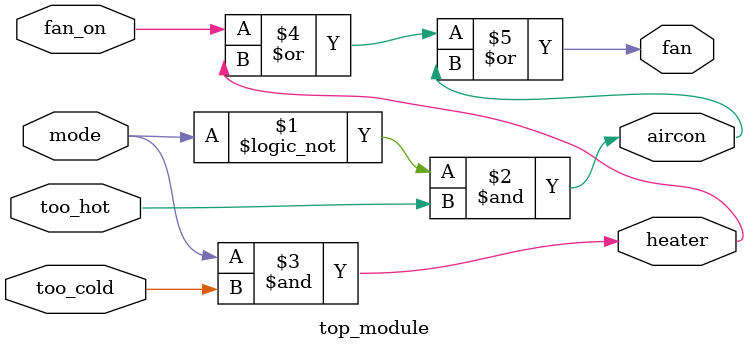
<source format=v>
module top_module (
    input too_cold,
    input too_hot,
    input mode,
    input fan_on,
    output heater,
    output aircon,
    output fan
); 
  
  assign aircon = !mode & too_hot;
  assign heater = mode & too_cold;
  assign fan = fan_on | heater | aircon;

endmodule


</source>
